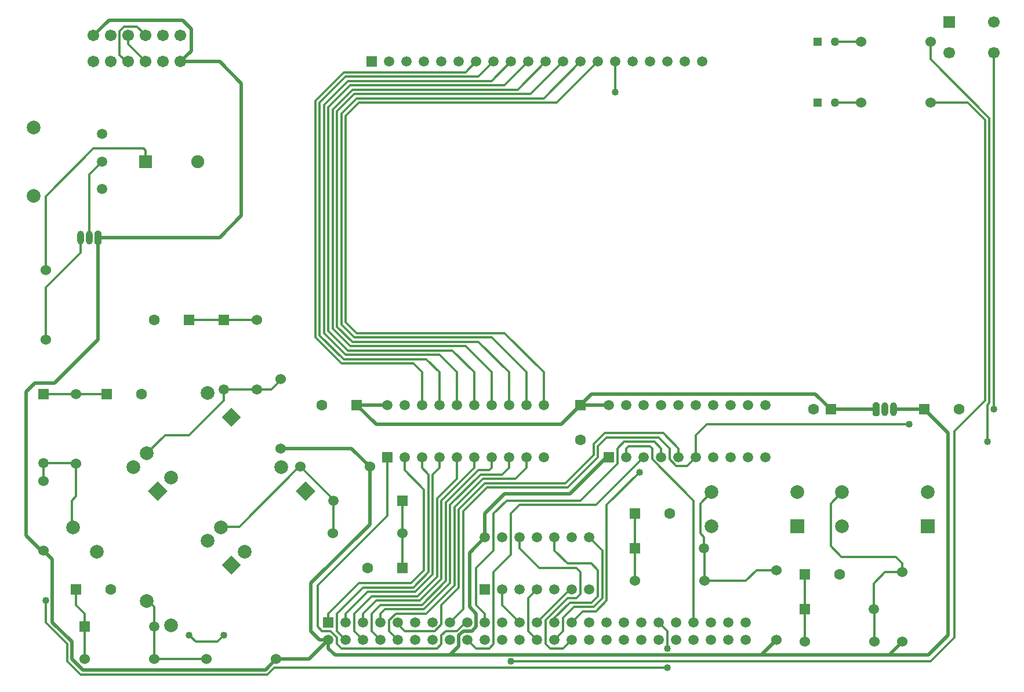
<source format=gbr>
G04 DipTrace 2.4.0.2*
%INTop.gbr*%
%MOIN*%
%ADD13C,0.02*%
%ADD14C,0.013*%
%ADD18C,0.063*%
%ADD19R,0.063X0.063*%
%ADD20R,0.0591X0.0591*%
%ADD21C,0.0591*%
%ADD22C,0.05*%
%ADD23R,0.05X0.05*%
%ADD25R,0.0748X0.0748*%
%ADD26C,0.0748*%
%ADD27O,0.0394X0.0787*%
%ADD28C,0.06*%
%ADD29C,0.06*%
%ADD30C,0.0787*%
%ADD31R,0.0787X0.0787*%
%ADD32R,0.0669X0.0669*%
%ADD33C,0.0669*%
%ADD34C,0.067*%
%ADD35C,0.04*%
%FSLAX44Y44*%
G04*
G70*
G90*
G75*
G01*
%LNTop*%
%LPD*%
X18940Y5315D2*
D13*
X20815D1*
X21940Y6440D1*
X18940Y5315D2*
X18315Y4690D1*
X7815D1*
X7190Y5315D1*
Y6315D1*
X6065Y7440D1*
Y11065D1*
X5565Y11565D1*
X5440D1*
X4565Y12440D1*
Y20690D1*
X5065Y21190D1*
X6190D1*
X8690Y23690D1*
Y29565D1*
X56190Y19690D2*
X54440D1*
X47690Y6440D2*
X46815Y5565D1*
X28940D1*
X22315D1*
X21940Y5940D1*
Y6440D1*
X46815Y5565D2*
X54190D1*
X54940Y6315D1*
X21940Y6440D2*
X21440D1*
X20940Y6940D1*
Y9690D1*
X24315Y13065D1*
Y16377D1*
X23252Y17440D1*
X19190D1*
X8440Y41180D2*
X9325Y42065D1*
X13565D1*
X14065Y41565D1*
Y40305D1*
X13440Y39680D1*
X54190Y5565D2*
X56440D1*
X57565Y6690D1*
Y18315D1*
X56190Y19690D1*
X30940Y12315D2*
Y13690D1*
X32065Y14815D1*
X35815D1*
X37940Y16940D1*
X38065D1*
X28940Y5565D2*
X29440Y6065D1*
Y6690D1*
X29690Y6940D1*
X30190D1*
X30440Y7190D1*
Y7940D1*
X30065Y8315D1*
Y11440D1*
X30940Y12315D1*
X8690Y29565D2*
X15690D1*
X16940Y30815D1*
Y38440D1*
X15690Y39690D1*
X13450D1*
X13440Y39680D1*
X25940Y7440D2*
D14*
Y7315D1*
X26315Y6940D1*
X28065D1*
X28440Y7315D1*
Y8440D1*
X29440Y9440D1*
Y13940D1*
X30940Y15440D1*
X35565D1*
X37190Y17065D1*
Y17690D1*
X37815Y18315D1*
X41190D1*
X42065Y17440D1*
Y16940D1*
X39565Y9815D2*
Y11690D1*
Y13690D2*
Y11690D1*
X43565Y9815D2*
Y11666D1*
X43541Y11690D1*
X43565Y9815D2*
X45940D1*
X46565Y10440D1*
X47690D1*
X43541Y11690D2*
Y12339D1*
X43315Y12565D1*
Y14260D1*
X43979Y14924D1*
X7690Y29565D2*
Y28690D1*
X5690Y26690D1*
Y23690D1*
X8190Y29565D2*
Y33190D1*
X8940Y33940D1*
X49315Y10190D2*
Y8190D1*
Y6315D1*
X53315D2*
Y8166D1*
X53291Y8190D1*
Y9666D1*
X53940Y10315D1*
X54940D1*
Y10815D1*
X54565Y11190D1*
X51440D1*
X50815Y11815D1*
Y14260D1*
X51479Y14924D1*
X26315Y16940D2*
Y16190D1*
X27440Y15065D1*
Y10440D1*
X26690Y9690D1*
X23690D1*
X21940Y7940D1*
Y7440D1*
X27315Y16940D2*
Y16315D1*
X27690Y15940D1*
Y10315D1*
X26815Y9440D1*
X23940D1*
X22440Y7940D1*
Y6940D1*
X22940Y6440D1*
X28315Y16940D2*
Y16315D1*
X27940Y15940D1*
Y10190D1*
X26940Y9190D1*
X24190D1*
X22940Y7940D1*
Y7440D1*
X23940Y6440D2*
X23440Y6940D1*
Y7940D1*
X24440Y8940D1*
X27065D1*
X28190Y10065D1*
Y14565D1*
X29315Y15690D1*
Y16940D1*
X23940Y7440D2*
Y7940D1*
X24690Y8690D1*
X27190D1*
X28440Y9940D1*
Y14440D1*
X30315Y16315D1*
Y16940D1*
X24940Y6440D2*
X24440Y6940D1*
Y7940D1*
X24940Y8440D1*
X27315D1*
X28690Y9815D1*
Y14315D1*
X30565Y16190D1*
X31190D1*
X31315Y16315D1*
Y16940D1*
X24940Y7440D2*
Y7940D1*
X25190Y8190D1*
X27440D1*
X28940Y9690D1*
Y14190D1*
X30690Y15940D1*
X31940D1*
X32315Y16315D1*
Y16940D1*
X25940Y6440D2*
X25440Y6940D1*
Y7565D1*
X25815Y7940D1*
X27565D1*
X29190Y9565D1*
Y14065D1*
X30815Y15690D1*
X32690D1*
X33315Y16315D1*
Y16940D1*
X38440Y37940D2*
Y39690D1*
X28315Y19940D2*
Y21815D1*
X27565Y22565D1*
X22815D1*
X21440Y23940D1*
Y37315D1*
X22940Y38815D1*
X30565D1*
X31440Y39690D1*
X29315Y19940D2*
Y21815D1*
X28315Y22815D1*
X22940D1*
X21690Y24065D1*
Y37190D1*
X23065Y38565D1*
X31315D1*
X32440Y39690D1*
X30315Y19940D2*
Y21815D1*
X29065Y23065D1*
X23065D1*
X21940Y24190D1*
Y37065D1*
X23190Y38315D1*
X32065D1*
X33440Y39690D1*
X31315Y19940D2*
Y21815D1*
X29815Y23315D1*
X23190D1*
X22190Y24315D1*
Y36940D1*
X23315Y38065D1*
X32815D1*
X34440Y39690D1*
X32315Y19940D2*
Y21815D1*
X30565Y23565D1*
X23315D1*
X22440Y24440D1*
Y36815D1*
X23440Y37815D1*
X33565D1*
X35440Y39690D1*
X33315Y19940D2*
Y21815D1*
X31315Y23815D1*
X23440D1*
X22690Y24565D1*
Y36690D1*
X23565Y37565D1*
X34315D1*
X36440Y39690D1*
X34315Y19940D2*
Y21815D1*
X32065Y24065D1*
X23565D1*
X22940Y24690D1*
Y36565D1*
X23690Y37315D1*
X35065D1*
X37440Y39690D1*
X27315Y19940D2*
Y21815D1*
X26815Y22315D1*
X22690D1*
X21190Y23815D1*
Y37440D1*
X22815Y39065D1*
X29815D1*
X30440Y39690D1*
X42940Y7440D2*
Y14440D1*
X40565Y16815D1*
Y17440D1*
X40440Y17565D1*
X39190D1*
X39065Y17440D1*
Y16940D1*
X7440Y9315D2*
Y8440D1*
X7940Y7940D1*
Y7190D1*
Y5315D1*
X11916Y7190D2*
Y5339D1*
X11940Y5315D1*
X14940D1*
X11916Y7190D2*
Y8339D1*
X11690Y8565D1*
X11423D1*
X11504Y8646D1*
X32440Y5190D2*
X56565D1*
X57940Y6565D1*
Y18440D1*
X59690Y20190D1*
Y36315D1*
X58690Y37315D1*
X56565D1*
X51060Y40815D2*
X52565D1*
X5565Y20565D2*
X7440D1*
X9190D1*
X5565Y16589D2*
X7416D1*
X7440Y16565D1*
X5565Y16589D2*
Y15565D1*
X7440Y16565D2*
Y14690D1*
X7190Y14440D1*
Y12896D1*
X7254D1*
X29940Y7440D2*
X29815D1*
X29315Y6940D1*
X28690D1*
X28440Y6690D1*
Y6190D1*
X28190Y5940D1*
X22690D1*
X22440Y6190D1*
Y6565D1*
X22065Y6940D1*
X21565D1*
X21315Y7190D1*
Y9565D1*
X25315Y13565D1*
Y16940D1*
X51065Y37315D2*
X52565D1*
X31940Y9315D2*
Y8440D1*
X32940Y7440D1*
X33940Y6440D2*
X33440Y6940D1*
Y8815D1*
X33940Y9315D1*
Y7440D2*
X35815Y9315D1*
X35940D1*
X34940Y6440D2*
X35440Y6940D1*
Y7690D1*
X36065Y8315D1*
X37190D1*
X37690Y8815D1*
Y11565D1*
X36940Y12315D1*
X34940Y7440D2*
Y7690D1*
X35815Y8565D1*
X37065D1*
X37440Y8940D1*
Y10440D1*
X37065Y10815D1*
X35690D1*
X34940Y11565D1*
Y12315D1*
X35940Y6440D2*
X35440Y5940D1*
X34690D1*
X34440Y6190D1*
Y7565D1*
X35690Y8815D1*
X36190D1*
X36440Y9065D1*
Y10315D1*
X36190Y10565D1*
X34065D1*
X32940Y11690D1*
Y12315D1*
X35940Y7440D2*
X36565Y8065D1*
X37315D1*
X37940Y8690D1*
Y14190D1*
X39815Y16065D1*
X59815Y17815D2*
Y19940D1*
X59940Y20065D1*
Y36440D1*
X56565Y39815D1*
Y40815D1*
X10440Y41180D2*
Y40680D1*
X11440Y39680D1*
Y41180D2*
X11575Y41315D1*
X11315D1*
X10940Y41690D1*
X10190D1*
X9940Y41440D1*
Y40065D1*
X10325Y39680D1*
X10440D1*
X40940Y7440D2*
X41440Y6940D1*
Y5940D1*
Y4815D2*
X18815D1*
X18440Y4440D1*
X7690D1*
X6940Y5190D1*
Y6190D1*
X5690Y7440D1*
Y8690D1*
X30940Y7440D2*
Y7940D1*
X30440Y8440D1*
Y10565D1*
X31440Y11565D1*
Y13690D1*
X32190Y14440D1*
X36440D1*
X38565Y16565D1*
Y17440D1*
X38940Y17815D1*
X40690D1*
X41065Y17440D1*
Y16940D1*
X36440Y19940D2*
D13*
X38065D1*
X23570D2*
X25315D1*
X23570D2*
X24695Y18815D1*
X35315D1*
X36440Y19940D1*
X50815Y19690D2*
X53440D1*
X50815D2*
X49940Y20565D1*
X37065D1*
X36440Y19940D1*
X28940Y7440D2*
D14*
X29690Y8190D1*
Y13815D1*
X31065Y15190D1*
X35690D1*
X37440Y16940D1*
Y17565D1*
X37940Y18065D1*
X40940D1*
X41565Y17440D1*
Y16815D1*
X41940Y16440D1*
X42565D1*
X43065Y16940D1*
Y18190D1*
X43690Y18815D1*
X55315D1*
X60190Y19690D2*
Y40190D1*
X26190Y14440D2*
Y12565D1*
Y10565D1*
X20315Y16377D2*
X22214Y14479D1*
Y14440D1*
X15754Y12896D2*
Y12940D1*
X16815D1*
X20252Y16377D1*
X20315D1*
X22214Y14440D2*
Y12589D1*
X22190Y12565D1*
X29940Y6440D2*
X30440Y5940D1*
X31190D1*
X31440Y6190D1*
Y10315D1*
X32440Y11315D1*
Y13690D1*
X32940Y14190D1*
X37315D1*
X40065Y16940D1*
X5690Y27690D2*
Y31940D1*
X8440Y34690D1*
X11315D1*
X11444Y34561D1*
Y33940D1*
X13940Y24815D2*
X15940D1*
X17815D1*
X15940Y6690D2*
X15565Y6315D1*
X14315D1*
X13940Y6690D1*
X15940Y20839D2*
X17791D1*
X17815Y20815D1*
X15940Y20839D2*
Y20190D1*
X13940Y18190D1*
X12548D1*
X11504Y17146D1*
X17815Y20815D2*
X18658D1*
X19190Y21347D1*
Y21440D1*
D35*
X38440Y37940D3*
X32440Y5190D3*
X39815Y16065D3*
X59815Y17815D3*
X41440Y5940D3*
Y4815D3*
X5690Y8690D3*
X55315Y18815D3*
X60190Y19690D3*
X15940Y6690D3*
X13940D3*
D18*
X11940Y24815D3*
D19*
X13940D3*
D18*
X9440Y9315D3*
D19*
X7440D3*
D18*
X11190Y20565D3*
D19*
X9190D3*
D18*
X24190Y10565D3*
D19*
X26190D3*
D18*
X41565Y13690D3*
D19*
X39565D3*
D18*
X51315Y10190D3*
D19*
X49315D3*
D18*
X49815Y19690D3*
D19*
X50815D3*
D18*
X58190D3*
D19*
X56190D3*
D18*
X21570Y19940D3*
D19*
X23570D3*
D18*
X36440Y17940D3*
D19*
Y19940D3*
D20*
X15940Y24815D3*
D21*
Y20839D3*
D20*
X7940Y7190D3*
D21*
X11916D3*
D20*
X5565Y20565D3*
D21*
Y16589D3*
D20*
X26190Y14440D3*
D21*
X22214D3*
D20*
X39565Y11690D3*
D21*
X43541D3*
D20*
X49315Y8190D3*
D21*
X53291D3*
D22*
X51060Y40815D3*
D23*
X50060D3*
D22*
X51065Y37315D3*
D23*
X50065D3*
D20*
X21940Y7440D3*
D21*
Y6440D3*
X22940Y7440D3*
Y6440D3*
X23940Y7440D3*
Y6440D3*
X24940Y7440D3*
Y6440D3*
X25940Y7440D3*
Y6440D3*
X26940Y7440D3*
Y6440D3*
X27940Y7440D3*
Y6440D3*
X28940Y7440D3*
Y6440D3*
X29940Y7440D3*
Y6440D3*
X30940Y7440D3*
Y6440D3*
X31940Y7440D3*
Y6440D3*
X32940Y7440D3*
Y6440D3*
X33940Y7440D3*
Y6440D3*
X34940Y7440D3*
Y6440D3*
X35940Y7440D3*
Y6440D3*
X36940Y7440D3*
Y6440D3*
X37940Y7440D3*
Y6440D3*
X38940Y7440D3*
Y6440D3*
X39940Y7440D3*
Y6440D3*
X40940Y7440D3*
Y6440D3*
X41940Y7440D3*
Y6440D3*
X42940Y7440D3*
Y6440D3*
X43940Y7440D3*
Y6440D3*
X44940Y7440D3*
Y6440D3*
X45940Y7440D3*
Y6440D3*
D20*
X24440Y39690D3*
D21*
X25440D3*
X26440D3*
X27440D3*
X28440D3*
X29440D3*
X30440D3*
X31440D3*
X32440D3*
X33440D3*
X34440D3*
X35440D3*
X36440D3*
X37440D3*
X38440D3*
X39440D3*
X40440D3*
X41440D3*
X42440D3*
X43440D3*
D25*
X11444Y33940D3*
D26*
X14436D3*
G36*
X8887Y29860D2*
X8788Y29959D1*
X8592D1*
X8493Y29860D1*
Y29270D1*
X8592Y29171D1*
X8788D1*
X8887Y29270D1*
Y29860D1*
G37*
D27*
X8190Y29565D3*
X7690D3*
D28*
X19190Y17440D3*
D29*
Y21440D3*
D28*
X17815Y24815D3*
D29*
Y20815D3*
D28*
X18940Y5315D3*
D29*
X14940D3*
D28*
X7940D3*
D29*
X11940D3*
D28*
X5565Y11565D3*
D29*
Y15565D3*
D28*
X7440Y20565D3*
D29*
Y16565D3*
D28*
X24315Y16377D3*
D29*
X20315D3*
D28*
X26190Y12565D3*
D29*
X22190D3*
D28*
X47690Y6440D3*
D29*
Y10440D3*
D28*
X39565Y9815D3*
D29*
X43565D3*
D28*
X54940Y6315D3*
D29*
Y10315D3*
D28*
X49315Y6315D3*
D29*
X53315D3*
D28*
X52565Y37315D3*
D29*
X56565D3*
D28*
X52565Y40815D3*
D29*
X56565D3*
D28*
X5690Y23690D3*
D29*
Y27690D3*
D21*
X8940Y35515D3*
Y33940D3*
Y32365D3*
D30*
X5003Y35909D3*
Y31971D3*
G36*
X15819Y19234D2*
X16376Y19791D1*
X16933Y19234D1*
X16376Y18677D1*
X15819Y19234D1*
G37*
D30*
X12896Y15754D3*
X14984Y20626D3*
X11504Y17146D3*
G36*
X15819Y10734D2*
X16376Y11291D1*
X16933Y10734D1*
X16376Y10177D1*
X15819Y10734D1*
G37*
D30*
X12896Y7254D3*
X14984Y12126D3*
X11504Y8646D3*
G36*
X11569Y14984D2*
X12126Y15541D1*
X12683Y14984D1*
X12126Y14427D1*
X11569Y14984D1*
G37*
D30*
X8646Y11504D3*
X10734Y16376D3*
X7254Y12896D3*
G36*
X20069Y14984D2*
X20626Y15541D1*
X21183Y14984D1*
X20626Y14427D1*
X20069Y14984D1*
G37*
D30*
X17146Y11504D3*
X19234Y16376D3*
X15754Y12896D3*
D31*
X48901Y12956D3*
D30*
X43979D3*
X48901Y14924D3*
X43979D3*
D31*
X56401Y12956D3*
D30*
X51479D3*
X56401Y14924D3*
X51479D3*
D32*
X57631Y41962D3*
D33*
Y40190D3*
X60190D3*
Y41962D3*
D20*
X30940Y9315D3*
D21*
X31940D3*
X32940D3*
X33940D3*
X34940D3*
X35940D3*
X36940D3*
Y12315D3*
X35940D3*
X34940D3*
X33940D3*
X32940D3*
X31940D3*
X30940D3*
D34*
X13440Y41180D3*
X12440D3*
X11440D3*
X10440D3*
X9440D3*
X8440D3*
X13440Y39680D3*
X12440D3*
X11440D3*
X10440D3*
X9440D3*
X8440D3*
D20*
X25315Y16940D3*
D21*
X26315D3*
X27315D3*
X28315D3*
X29315D3*
X30315D3*
X31315D3*
X32315D3*
X33315D3*
X34315D3*
X25315Y19940D3*
X26315D3*
X27315D3*
X28315D3*
X29315D3*
X30315D3*
X31315D3*
X32315D3*
X33315D3*
X34315D3*
D20*
X38065Y16940D3*
D21*
X39065D3*
X40065D3*
X41065D3*
X42065D3*
X43065D3*
X44065D3*
X45065D3*
X46065D3*
X47065D3*
X38065Y19940D3*
X39065D3*
X40065D3*
X41065D3*
X42065D3*
X43065D3*
X44065D3*
X45065D3*
X46065D3*
X47065D3*
G36*
X53243Y19395D2*
X53342Y19296D1*
X53538D1*
X53637Y19395D1*
Y19985D1*
X53538Y20084D1*
X53342D1*
X53243Y19985D1*
Y19395D1*
G37*
D27*
X53940Y19690D3*
X54440D3*
M02*

</source>
